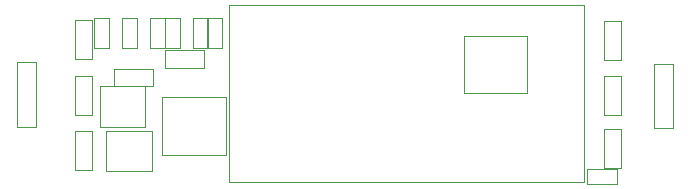
<source format=gbr>
%TF.GenerationSoftware,KiCad,Pcbnew,7.0.1*%
%TF.CreationDate,2023-06-14T02:20:09+09:00*%
%TF.ProjectId,dcc-adapter-board-kato-1.310-21mtc,6463632d-6164-4617-9074-65722d626f61,rev?*%
%TF.SameCoordinates,Original*%
%TF.FileFunction,Other,User*%
%FSLAX46Y46*%
G04 Gerber Fmt 4.6, Leading zero omitted, Abs format (unit mm)*
G04 Created by KiCad (PCBNEW 7.0.1) date 2023-06-14 02:20:09*
%MOMM*%
%LPD*%
G01*
G04 APERTURE LIST*
%ADD10C,0.050000*%
G04 APERTURE END LIST*
D10*
%TO.C,21MTC1*%
X83412000Y-25774000D02*
X83412000Y-40774000D01*
X83412000Y-40774000D02*
X113452000Y-40764000D01*
X113452000Y-25764000D02*
X83412000Y-25774000D01*
X113452000Y-40764000D02*
X113452000Y-25764000D01*
%TO.C,R_{Front_Right}1*%
X115170000Y-39537500D02*
X115170000Y-36237500D01*
X116630000Y-39537500D02*
X115170000Y-39537500D01*
X115170000Y-36237500D02*
X116630000Y-36237500D01*
X116630000Y-36237500D02*
X116630000Y-39537500D01*
%TO.C,Speaker_{2}1*%
X81620000Y-26830000D02*
X81620000Y-29370000D01*
X81620000Y-29370000D02*
X82880000Y-29370000D01*
X82880000Y-26830000D02*
X81620000Y-26830000D01*
X82880000Y-29370000D02*
X82880000Y-26830000D01*
%TO.C,Rail_{Right}1*%
X77800000Y-33550000D02*
X77800000Y-38450000D01*
X77800000Y-38450000D02*
X83200000Y-38450000D01*
X83200000Y-33550000D02*
X77800000Y-33550000D01*
X83200000Y-38450000D02*
X83200000Y-33550000D01*
%TO.C,R_{Rear}1*%
X70370000Y-35037500D02*
X70370000Y-31737500D01*
X71830000Y-35037500D02*
X70370000Y-35037500D01*
X70370000Y-31737500D02*
X71830000Y-31737500D01*
X71830000Y-31737500D02*
X71830000Y-35037500D01*
%TO.C,LED_{Front}1*%
X119420000Y-36180000D02*
X119420000Y-30720000D01*
X121040000Y-36180000D02*
X119420000Y-36180000D01*
X119420000Y-30720000D02*
X121040000Y-30720000D01*
X121040000Y-30720000D02*
X121040000Y-36180000D01*
%TO.C,R1*%
X77000000Y-32605000D02*
X73700000Y-32605000D01*
X77000000Y-31145000D02*
X77000000Y-32605000D01*
X73700000Y-32605000D02*
X73700000Y-31145000D01*
X73700000Y-31145000D02*
X77000000Y-31145000D01*
%TO.C,Speaker_{1}1*%
X80345000Y-26830000D02*
X80345000Y-29370000D01*
X80345000Y-29370000D02*
X81605000Y-29370000D01*
X81605000Y-26830000D02*
X80345000Y-26830000D01*
X81605000Y-29370000D02*
X81605000Y-26830000D01*
%TO.C,VCC1*%
X113730000Y-40930000D02*
X116270000Y-40930000D01*
X116270000Y-40930000D02*
X116270000Y-39670000D01*
X113730000Y-39670000D02*
X113730000Y-40930000D01*
X116270000Y-39670000D02*
X113730000Y-39670000D01*
%TO.C,Rail_{Left}1*%
X103300000Y-28350000D02*
X103300000Y-33250000D01*
X103300000Y-33250000D02*
X108700000Y-33250000D01*
X108700000Y-28350000D02*
X103300000Y-28350000D01*
X108700000Y-33250000D02*
X108700000Y-28350000D01*
%TO.C,Motor_{2}1*%
X78020000Y-26830000D02*
X78020000Y-29370000D01*
X78020000Y-29370000D02*
X79280000Y-29370000D01*
X79280000Y-26830000D02*
X78020000Y-26830000D01*
X79280000Y-29370000D02*
X79280000Y-26830000D01*
%TO.C,GND1*%
X71995000Y-26830000D02*
X71995000Y-29370000D01*
X71995000Y-29370000D02*
X73255000Y-29370000D01*
X73255000Y-26830000D02*
X71995000Y-26830000D01*
X73255000Y-29370000D02*
X73255000Y-26830000D01*
%TO.C,R_{Front}1*%
X115170000Y-35037500D02*
X115170000Y-31737500D01*
X116630000Y-35037500D02*
X115170000Y-35037500D01*
X115170000Y-31737500D02*
X116630000Y-31737500D01*
X116630000Y-31737500D02*
X116630000Y-35037500D01*
%TO.C,Motor_{1}1*%
X76720000Y-26830000D02*
X76720000Y-29370000D01*
X76720000Y-29370000D02*
X77980000Y-29370000D01*
X77980000Y-26830000D02*
X76720000Y-26830000D01*
X77980000Y-29370000D02*
X77980000Y-26830000D01*
%TO.C,R_{Rear_Left}1*%
X70370000Y-30350000D02*
X70370000Y-27050000D01*
X71830000Y-30350000D02*
X70370000Y-30350000D01*
X70370000Y-27050000D02*
X71830000Y-27050000D01*
X71830000Y-27050000D02*
X71830000Y-30350000D01*
%TO.C,LED_{Rear}1*%
X67080000Y-30620000D02*
X67080000Y-36080000D01*
X65460000Y-30620000D02*
X67080000Y-30620000D01*
X67080000Y-36080000D02*
X65460000Y-36080000D01*
X65460000Y-36080000D02*
X65460000Y-30620000D01*
%TO.C,Q2*%
X73042500Y-36400000D02*
X73042500Y-39800000D01*
X73042500Y-39800000D02*
X76882500Y-39800000D01*
X76882500Y-36400000D02*
X73042500Y-36400000D01*
X76882500Y-39800000D02*
X76882500Y-36400000D01*
%TO.C,R2*%
X81275000Y-31055000D02*
X77975000Y-31055000D01*
X81275000Y-29595000D02*
X81275000Y-31055000D01*
X77975000Y-31055000D02*
X77975000Y-29595000D01*
X77975000Y-29595000D02*
X81275000Y-29595000D01*
%TO.C,R_{Front_Left}1*%
X115170000Y-30437500D02*
X115170000Y-27137500D01*
X116630000Y-30437500D02*
X115170000Y-30437500D01*
X115170000Y-27137500D02*
X116630000Y-27137500D01*
X116630000Y-27137500D02*
X116630000Y-30437500D01*
%TO.C,R_{Rear_Right}1*%
X70370000Y-39750000D02*
X70370000Y-36450000D01*
X71830000Y-39750000D02*
X70370000Y-39750000D01*
X70370000Y-36450000D02*
X71830000Y-36450000D01*
X71830000Y-36450000D02*
X71830000Y-39750000D01*
%TO.C,+12V1*%
X74395000Y-26830000D02*
X74395000Y-29370000D01*
X74395000Y-29370000D02*
X75655000Y-29370000D01*
X75655000Y-26830000D02*
X74395000Y-26830000D01*
X75655000Y-29370000D02*
X75655000Y-26830000D01*
%TO.C,Q1*%
X72480000Y-32650000D02*
X72480000Y-36050000D01*
X72480000Y-36050000D02*
X76320000Y-36050000D01*
X76320000Y-32650000D02*
X72480000Y-32650000D01*
X76320000Y-36050000D02*
X76320000Y-32650000D01*
%TD*%
M02*

</source>
